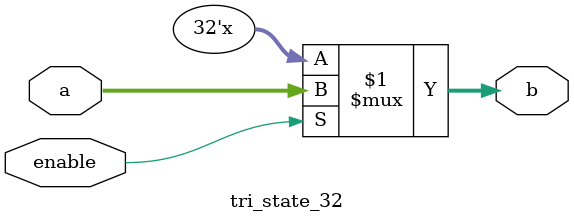
<source format=v>
module datapath (control_word, instruction_reg_out, constant, reset, clock, data, address, size, r0, r1, r2, r3, r4, r5, r6, r7, alu_status, alu_out);


output [31:0] instruction_reg_out;
input [36:0] control_word;
input clock, reset;
input [63:0] constant;
output [63:0] alu_out;
inout [63:0] data;
output [31:0] address;
output [1:0] size;
output [15:0] r0, r1, r2, r3, r4, r5, r6, r7;
output [4:0] alu_status;

wire Status_load, PCsel, EN_ADDR_PC, EN_PC, instruction_load;
wire [1:0] PS;

wire [63:0] A, B, raminout;
wire [4:0] DA, SA, SB, FS;
wire WR, Bsel, Co, En_B, En_ADDR_ALU, EN_ALU;
wire [1:0] Mem;
wire [31:0] ADDRESS;
wire mem_read, mem_write;

assign DA = control_word[4:0];
assign SA = control_word[9:5];
assign SB = control_word[14:10];
assign WR = control_word[15];
assign Bsel = control_word[16];
assign FS = control_word[21:17];
assign Co = control_word[22];
assign En_B = control_word[23];
assign En_ADDR_ALU = control_word[24];
assign En_ALU = control_word[25];
assign mem_read = control_word[26];
assign mem_write = control_word[27];
assign mem = control_word[29:28];
assign Status_load = control_word[30];
assign PCsel = control_word[31];
assign EN_ADDR_PC = control_word[32];
assign EN_PC = control_word[33];
assign instruction_load = control_word[34];
assign PS = control_word[36:35];

RegisterFile32x64 inst_reg (.A(A), .B(B), .SA(SA), .SB(SB), .D(data), .DA(DA), .W(WR), .reset(reset), .clock(clock), .r0(r0), .r1(r1), .r2(r2), .r3(r3), .r4(r4), .r5(r5), .r6(r6), .r7(r7));

wire [63:0] mux_out;

mux2to1_64bit inst_mux(.F(mux_out), .S(Bsel), .I0(B), .I1(constant));

wire [63:0] alu_outw;
wire [3:0] alu_statusw;
 
ALU_LEGv8 inst_alu (.A(A), .B(mux_out), .FS(FS), .C0(Co), .F(alu_outw), .status(alu_statusw));

assign alu_out = alu_outw;

tri_state_64 inst_ENB (.a(B), .b(data), .enable(En_B));
tri_state_32 inst_ENADDR (.a(alu_outw[31:0]), .b(ADDRESS), .enable(En_ADDR_ALU));
tri_state_64 inst_ENALU (.a(alu_outw), .b(data), .enable(En_ALU));


assign address = ADDRESS;

RegisterNbit inst_status_reg (.Q(alu_status), .D(alu_statusw), .L(Status_load), .R(reset), .clock(clock));
defparam inst_status_reg.N = 4;

RegisterNbit inst_instruction_reg (.Q(instruction_reg_out), .D(data[31:0]), .L(instruction_load), .R(reset), .clock(clock));
defparam  inst_instruction_reg.N = 32;

wire [63:0] mux_out_PC;

mux2to1_64bit inst_mux2(.F(mux_out_PC), .S(PCsel), .I0(A), .I1(constant));

wire [32:0] PC_out;

program_counter inst_count(.in(mux_out_PC), .PS(PS), .reset(reset), .clock(clock), .out(PC_out));

tri_state_32 inst_PC1(.a(PC_out), .b(ADDRESS), .enable(EN_ADDR_PC));
tri_state_32 inst_PC2(.a(PC_out), .b(data), .enable(EN_PC));

endmodule





module tri_state_64 (a, b, enable);

input [63:0]a;
input enable;
output [63:0]b;
wire [63:0] a, b;
wire enable;

assign b = (enable) ? a : 64'bz;

endmodule

module tri_state_32 (a, b, enable);

input [31:0]a;
input enable;
output [31:0]b;
wire [31:0] a, b;
wire enable;

assign b = (enable) ? a : 32'bz;

endmodule

</source>
